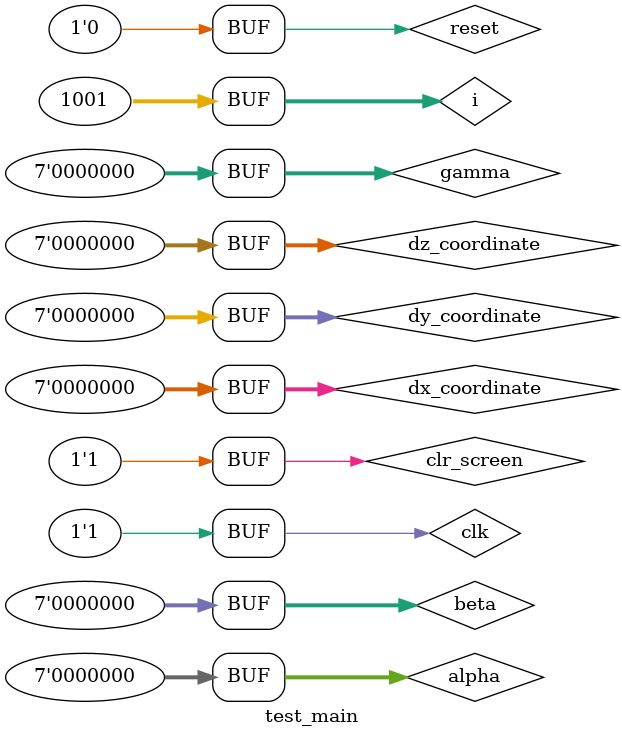
<source format=v>

module test_main();
	reg clk, reset, clr_screen;
	reg [6:0] dx_coordinate; //change in x- coordinate
	reg [6:0] dy_coordinate; //change in y- coordinate
	reg [6:0] dz_coordinate; //change in z- coordinate

	reg [6:0] alpha; //change in x-angle (in degrees)
	reg [6:0] beta; //change in y-angle (in degrees)
	reg [6:0] gamma; //change in z-angle (in degrees)
	
	wire vga_clk; 
	wire [2:0]pixel;
	wire Hsync, Vsync, VGA_sync_n, VGA_blank_n;
	//wire transformed
	main uut (clk, reset, clr_screen,
				 dx_coordinate, dy_coordinate, dz_coordinate,
				 alpha, beta, gamma,
				 pixel,
				 Hsync, Vsync);
				 
	
	initial begin

		dx_coordinate = 0; dy_coordinate = 0; dz_coordinate = 0;
		alpha = 0; beta = 0; gamma = 0; 
		reset = 0; clr_screen = 1; 
		
		#20 dx_coordinate = 6'd5;
		#20 dx_coordinate = 6'd0;

		# 20 alpha = 30;
		# 20 alpha = 0;
		# 20 beta = 60;
		# 20 beta = 0;
		# 20 gamma = 90;
		# 20 gamma = 0;
		//# 30 alpha = 30;


		# 10 $display("All combinations checked!");
	end
	
	integer i;
	
	initial begin  
	clk = 0;
		for (i=0;i<=1000;i = i+1) begin
			#10 clk = ~clk;
		end
	end

endmodule 
</source>
